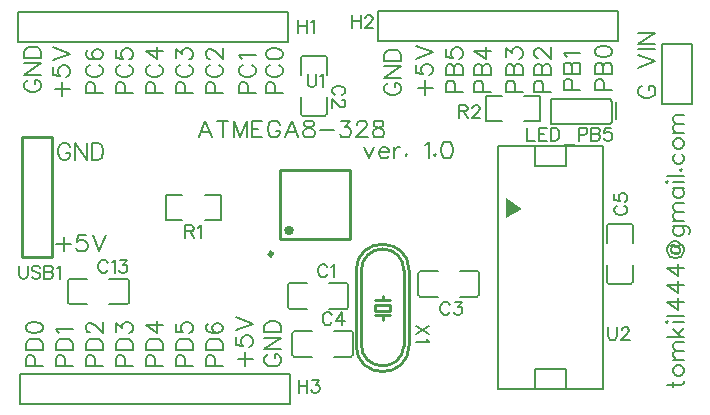
<source format=gto>
G04 Layer: TopSilkscreenLayer*
G04 EasyEDA v6.5.22, 2023-04-01 07:59:08*
G04 7fe897ac635649ec9317f66c388b8081,f086b915ab1b43d4b1f8ac0bdbc02707,10*
G04 Gerber Generator version 0.2*
G04 Scale: 100 percent, Rotated: No, Reflected: No *
G04 Dimensions in millimeters *
G04 leading zeros omitted , absolute positions ,4 integer and 5 decimal *
%FSLAX45Y45*%
%MOMM*%

%ADD10C,0.2032*%
%ADD11C,0.1524*%
%ADD12C,0.2030*%
%ADD13C,0.2540*%
%ADD14C,0.1500*%
%ADD15C,0.1520*%
%ADD16C,0.3000*%
%ADD17C,0.4000*%
%ADD18C,0.0130*%

%LPD*%
D10*
X-835405Y902462D02*
G01*
X-848868Y895604D01*
X-862584Y881887D01*
X-869442Y868171D01*
X-869442Y840994D01*
X-862584Y827278D01*
X-848868Y813815D01*
X-835405Y806957D01*
X-814831Y800100D01*
X-780795Y800100D01*
X-760221Y806957D01*
X-746760Y813815D01*
X-733044Y827278D01*
X-726186Y840994D01*
X-726186Y868171D01*
X-733044Y881887D01*
X-746760Y895604D01*
X-760221Y902462D01*
X-780795Y902462D01*
X-780795Y868171D02*
G01*
X-780795Y902462D01*
X-869442Y947420D02*
G01*
X-726186Y947420D01*
X-869442Y947420D02*
G01*
X-726186Y1042923D01*
X-869442Y1042923D02*
G01*
X-726186Y1042923D01*
X-869442Y1087881D02*
G01*
X-726186Y1087881D01*
X-869442Y1087881D02*
G01*
X-869442Y1135634D01*
X-862584Y1155954D01*
X-848868Y1169670D01*
X-835405Y1176528D01*
X-814831Y1183386D01*
X-780795Y1183386D01*
X-760221Y1176528D01*
X-746760Y1169670D01*
X-733044Y1155954D01*
X-726186Y1135634D01*
X-726186Y1087881D01*
X-607568Y823468D02*
G01*
X-484886Y823468D01*
X-546353Y762000D02*
G01*
X-546353Y884681D01*
X-628142Y1011428D02*
G01*
X-628142Y943355D01*
X-566673Y936497D01*
X-573531Y943355D01*
X-580389Y963929D01*
X-580389Y984250D01*
X-573531Y1004823D01*
X-559815Y1018286D01*
X-539495Y1025144D01*
X-525779Y1025144D01*
X-505460Y1018286D01*
X-491744Y1004823D01*
X-484886Y984250D01*
X-484886Y963929D01*
X-491744Y943355D01*
X-498602Y936497D01*
X-512318Y929639D01*
X-628142Y1070102D02*
G01*
X-484886Y1124712D01*
X-628142Y1179321D02*
G01*
X-484886Y1124712D01*
X1175257Y787400D02*
G01*
X1318513Y787400D01*
X1175257Y787400D02*
G01*
X1175257Y848868D01*
X1182115Y869187D01*
X1188973Y876045D01*
X1202436Y882904D01*
X1223010Y882904D01*
X1236726Y876045D01*
X1243584Y869187D01*
X1250187Y848868D01*
X1250187Y787400D01*
X1209294Y1030223D02*
G01*
X1195831Y1023365D01*
X1182115Y1009650D01*
X1175257Y995934D01*
X1175257Y968755D01*
X1182115Y955039D01*
X1195831Y941578D01*
X1209294Y934720D01*
X1229868Y927862D01*
X1263904Y927862D01*
X1284478Y934720D01*
X1297939Y941578D01*
X1311655Y955039D01*
X1318513Y968755D01*
X1318513Y995934D01*
X1311655Y1009650D01*
X1297939Y1023365D01*
X1284478Y1030223D01*
X1175257Y1116076D02*
G01*
X1182115Y1095502D01*
X1202436Y1082039D01*
X1236726Y1075181D01*
X1257046Y1075181D01*
X1291081Y1082039D01*
X1311655Y1095502D01*
X1318513Y1116076D01*
X1318513Y1129792D01*
X1311655Y1150112D01*
X1291081Y1163828D01*
X1257046Y1170686D01*
X1236726Y1170686D01*
X1202436Y1163828D01*
X1182115Y1150112D01*
X1175257Y1129792D01*
X1175257Y1116076D01*
X946657Y787400D02*
G01*
X1089913Y787400D01*
X946657Y787400D02*
G01*
X946657Y848868D01*
X953515Y869187D01*
X960373Y876045D01*
X973836Y882904D01*
X994410Y882904D01*
X1008126Y876045D01*
X1014984Y869187D01*
X1021587Y848868D01*
X1021587Y787400D01*
X980694Y1030223D02*
G01*
X967231Y1023365D01*
X953515Y1009650D01*
X946657Y995934D01*
X946657Y968755D01*
X953515Y955039D01*
X967231Y941578D01*
X980694Y934720D01*
X1001268Y927862D01*
X1035304Y927862D01*
X1055878Y934720D01*
X1069339Y941578D01*
X1083055Y955039D01*
X1089913Y968755D01*
X1089913Y995934D01*
X1083055Y1009650D01*
X1069339Y1023365D01*
X1055878Y1030223D01*
X973836Y1075181D02*
G01*
X967231Y1088644D01*
X946657Y1109218D01*
X1089913Y1109218D01*
X667257Y787400D02*
G01*
X810513Y787400D01*
X667257Y787400D02*
G01*
X667257Y848868D01*
X674115Y869187D01*
X680973Y876045D01*
X694436Y882904D01*
X715010Y882904D01*
X728726Y876045D01*
X735584Y869187D01*
X742187Y848868D01*
X742187Y787400D01*
X701294Y1030223D02*
G01*
X687831Y1023365D01*
X674115Y1009650D01*
X667257Y995934D01*
X667257Y968755D01*
X674115Y955039D01*
X687831Y941578D01*
X701294Y934720D01*
X721868Y927862D01*
X755904Y927862D01*
X776478Y934720D01*
X789939Y941578D01*
X803655Y955039D01*
X810513Y968755D01*
X810513Y995934D01*
X803655Y1009650D01*
X789939Y1023365D01*
X776478Y1030223D01*
X701294Y1082039D02*
G01*
X694436Y1082039D01*
X680973Y1088644D01*
X674115Y1095502D01*
X667257Y1109218D01*
X667257Y1136395D01*
X674115Y1150112D01*
X680973Y1156970D01*
X694436Y1163828D01*
X708152Y1163828D01*
X721868Y1156970D01*
X742187Y1143254D01*
X810513Y1075181D01*
X810513Y1170686D01*
X413257Y787400D02*
G01*
X556513Y787400D01*
X413257Y787400D02*
G01*
X413257Y848868D01*
X420115Y869187D01*
X426973Y876045D01*
X440436Y882904D01*
X461010Y882904D01*
X474726Y876045D01*
X481584Y869187D01*
X488187Y848868D01*
X488187Y787400D01*
X447294Y1030223D02*
G01*
X433831Y1023365D01*
X420115Y1009650D01*
X413257Y995934D01*
X413257Y968755D01*
X420115Y955039D01*
X433831Y941578D01*
X447294Y934720D01*
X467868Y927862D01*
X501904Y927862D01*
X522478Y934720D01*
X535939Y941578D01*
X549655Y955039D01*
X556513Y968755D01*
X556513Y995934D01*
X549655Y1009650D01*
X535939Y1023365D01*
X522478Y1030223D01*
X413257Y1088644D02*
G01*
X413257Y1163828D01*
X467868Y1122934D01*
X467868Y1143254D01*
X474726Y1156970D01*
X481584Y1163828D01*
X501904Y1170686D01*
X515620Y1170686D01*
X535939Y1163828D01*
X549655Y1150112D01*
X556513Y1129792D01*
X556513Y1109218D01*
X549655Y1088644D01*
X542797Y1082039D01*
X529081Y1075181D01*
X159257Y787400D02*
G01*
X302513Y787400D01*
X159257Y787400D02*
G01*
X159257Y848868D01*
X166115Y869187D01*
X172973Y876045D01*
X186436Y882904D01*
X207010Y882904D01*
X220726Y876045D01*
X227584Y869187D01*
X234187Y848868D01*
X234187Y787400D01*
X193294Y1030223D02*
G01*
X179831Y1023365D01*
X166115Y1009650D01*
X159257Y995934D01*
X159257Y968755D01*
X166115Y955039D01*
X179831Y941578D01*
X193294Y934720D01*
X213868Y927862D01*
X247904Y927862D01*
X268478Y934720D01*
X281939Y941578D01*
X295655Y955039D01*
X302513Y968755D01*
X302513Y995934D01*
X295655Y1009650D01*
X281939Y1023365D01*
X268478Y1030223D01*
X159257Y1143254D02*
G01*
X254762Y1075181D01*
X254762Y1177289D01*
X159257Y1143254D02*
G01*
X302513Y1143254D01*
X-94742Y787400D02*
G01*
X48513Y787400D01*
X-94742Y787400D02*
G01*
X-94742Y848868D01*
X-87884Y869187D01*
X-81026Y876045D01*
X-67563Y882904D01*
X-46989Y882904D01*
X-33273Y876045D01*
X-26415Y869187D01*
X-19812Y848868D01*
X-19812Y787400D01*
X-60705Y1030223D02*
G01*
X-74168Y1023365D01*
X-87884Y1009650D01*
X-94742Y995934D01*
X-94742Y968755D01*
X-87884Y955039D01*
X-74168Y941578D01*
X-60705Y934720D01*
X-40131Y927862D01*
X-6095Y927862D01*
X14478Y934720D01*
X27939Y941578D01*
X41655Y955039D01*
X48513Y968755D01*
X48513Y995934D01*
X41655Y1009650D01*
X27939Y1023365D01*
X14478Y1030223D01*
X-94742Y1156970D02*
G01*
X-94742Y1088644D01*
X-33273Y1082039D01*
X-40131Y1088644D01*
X-46989Y1109218D01*
X-46989Y1129792D01*
X-40131Y1150112D01*
X-26415Y1163828D01*
X-6095Y1170686D01*
X7620Y1170686D01*
X27939Y1163828D01*
X41655Y1150112D01*
X48513Y1129792D01*
X48513Y1109218D01*
X41655Y1088644D01*
X34797Y1082039D01*
X21081Y1075181D01*
X-348742Y787400D02*
G01*
X-205486Y787400D01*
X-348742Y787400D02*
G01*
X-348742Y848868D01*
X-341884Y869187D01*
X-335026Y876045D01*
X-321563Y882904D01*
X-300989Y882904D01*
X-287273Y876045D01*
X-280415Y869187D01*
X-273812Y848868D01*
X-273812Y787400D01*
X-314705Y1030223D02*
G01*
X-328168Y1023365D01*
X-341884Y1009650D01*
X-348742Y995934D01*
X-348742Y968755D01*
X-341884Y955039D01*
X-328168Y941578D01*
X-314705Y934720D01*
X-294131Y927862D01*
X-260095Y927862D01*
X-239521Y934720D01*
X-226060Y941578D01*
X-212344Y955039D01*
X-205486Y968755D01*
X-205486Y995934D01*
X-212344Y1009650D01*
X-226060Y1023365D01*
X-239521Y1030223D01*
X-328168Y1156970D02*
G01*
X-341884Y1150112D01*
X-348742Y1129792D01*
X-348742Y1116076D01*
X-341884Y1095502D01*
X-321563Y1082039D01*
X-287273Y1075181D01*
X-253237Y1075181D01*
X-226060Y1082039D01*
X-212344Y1095502D01*
X-205486Y1116076D01*
X-205486Y1122934D01*
X-212344Y1143254D01*
X-226060Y1156970D01*
X-246379Y1163828D01*
X-253237Y1163828D01*
X-273812Y1156970D01*
X-287273Y1143254D01*
X-294131Y1122934D01*
X-294131Y1116076D01*
X-287273Y1095502D01*
X-273812Y1082039D01*
X-253237Y1075181D01*
X3963416Y812800D02*
G01*
X4106671Y812800D01*
X3963416Y812800D02*
G01*
X3963416Y874268D01*
X3970273Y894587D01*
X3977132Y901445D01*
X3990594Y908304D01*
X4011167Y908304D01*
X4024883Y901445D01*
X4031742Y894587D01*
X4038346Y874268D01*
X4038346Y812800D01*
X3963416Y953262D02*
G01*
X4106671Y953262D01*
X3963416Y953262D02*
G01*
X3963416Y1014729D01*
X3970273Y1035050D01*
X3977132Y1041907D01*
X3990594Y1048765D01*
X4004310Y1048765D01*
X4018026Y1041907D01*
X4024883Y1035050D01*
X4031742Y1014729D01*
X4031742Y953262D02*
G01*
X4031742Y1014729D01*
X4038346Y1035050D01*
X4045203Y1041907D01*
X4058919Y1048765D01*
X4079239Y1048765D01*
X4092955Y1041907D01*
X4099814Y1035050D01*
X4106671Y1014729D01*
X4106671Y953262D01*
X3963416Y1134618D02*
G01*
X3970273Y1114044D01*
X3990594Y1100581D01*
X4024883Y1093723D01*
X4045203Y1093723D01*
X4079239Y1100581D01*
X4099814Y1114044D01*
X4106671Y1134618D01*
X4106671Y1148334D01*
X4099814Y1168654D01*
X4079239Y1182370D01*
X4045203Y1189228D01*
X4024883Y1189228D01*
X3990594Y1182370D01*
X3970273Y1168654D01*
X3963416Y1148334D01*
X3963416Y1134618D01*
X3696716Y812800D02*
G01*
X3839971Y812800D01*
X3696716Y812800D02*
G01*
X3696716Y874268D01*
X3703573Y894587D01*
X3710432Y901445D01*
X3723894Y908304D01*
X3744467Y908304D01*
X3758183Y901445D01*
X3765042Y894587D01*
X3771646Y874268D01*
X3771646Y812800D01*
X3696716Y953262D02*
G01*
X3839971Y953262D01*
X3696716Y953262D02*
G01*
X3696716Y1014729D01*
X3703573Y1035050D01*
X3710432Y1041907D01*
X3723894Y1048765D01*
X3737610Y1048765D01*
X3751326Y1041907D01*
X3758183Y1035050D01*
X3765042Y1014729D01*
X3765042Y953262D02*
G01*
X3765042Y1014729D01*
X3771646Y1035050D01*
X3778503Y1041907D01*
X3792219Y1048765D01*
X3812539Y1048765D01*
X3826255Y1041907D01*
X3833114Y1035050D01*
X3839971Y1014729D01*
X3839971Y953262D01*
X3723894Y1093723D02*
G01*
X3717289Y1107439D01*
X3696716Y1127760D01*
X3839971Y1127760D01*
X3448557Y800100D02*
G01*
X3591814Y800100D01*
X3448557Y800100D02*
G01*
X3448557Y861568D01*
X3455416Y881887D01*
X3462273Y888745D01*
X3475735Y895604D01*
X3496310Y895604D01*
X3510026Y888745D01*
X3516883Y881887D01*
X3523487Y861568D01*
X3523487Y800100D01*
X3448557Y940562D02*
G01*
X3591814Y940562D01*
X3448557Y940562D02*
G01*
X3448557Y1002029D01*
X3455416Y1022350D01*
X3462273Y1029207D01*
X3475735Y1036065D01*
X3489451Y1036065D01*
X3503167Y1029207D01*
X3510026Y1022350D01*
X3516883Y1002029D01*
X3516883Y940562D02*
G01*
X3516883Y1002029D01*
X3523487Y1022350D01*
X3530346Y1029207D01*
X3544062Y1036065D01*
X3564382Y1036065D01*
X3578098Y1029207D01*
X3584955Y1022350D01*
X3591814Y1002029D01*
X3591814Y940562D01*
X3482594Y1087881D02*
G01*
X3475735Y1087881D01*
X3462273Y1094739D01*
X3455416Y1101344D01*
X3448557Y1115060D01*
X3448557Y1142492D01*
X3455416Y1155954D01*
X3462273Y1162812D01*
X3475735Y1169670D01*
X3489451Y1169670D01*
X3503167Y1162812D01*
X3523487Y1149095D01*
X3591814Y1081023D01*
X3591814Y1176528D01*
X3207257Y800100D02*
G01*
X3350514Y800100D01*
X3207257Y800100D02*
G01*
X3207257Y861568D01*
X3214116Y881887D01*
X3220973Y888745D01*
X3234435Y895604D01*
X3255010Y895604D01*
X3268726Y888745D01*
X3275583Y881887D01*
X3282187Y861568D01*
X3282187Y800100D01*
X3207257Y940562D02*
G01*
X3350514Y940562D01*
X3207257Y940562D02*
G01*
X3207257Y1002029D01*
X3214116Y1022350D01*
X3220973Y1029207D01*
X3234435Y1036065D01*
X3248151Y1036065D01*
X3261867Y1029207D01*
X3268726Y1022350D01*
X3275583Y1002029D01*
X3275583Y940562D02*
G01*
X3275583Y1002029D01*
X3282187Y1022350D01*
X3289046Y1029207D01*
X3302762Y1036065D01*
X3323082Y1036065D01*
X3336798Y1029207D01*
X3343655Y1022350D01*
X3350514Y1002029D01*
X3350514Y940562D01*
X3207257Y1094739D02*
G01*
X3207257Y1169670D01*
X3261867Y1128776D01*
X3261867Y1149095D01*
X3268726Y1162812D01*
X3275583Y1169670D01*
X3295903Y1176528D01*
X3309619Y1176528D01*
X3329939Y1169670D01*
X3343655Y1155954D01*
X3350514Y1135634D01*
X3350514Y1115060D01*
X3343655Y1094739D01*
X3336798Y1087881D01*
X3323082Y1081023D01*
X2940557Y800100D02*
G01*
X3083814Y800100D01*
X2940557Y800100D02*
G01*
X2940557Y861568D01*
X2947416Y881887D01*
X2954273Y888745D01*
X2967735Y895604D01*
X2988310Y895604D01*
X3002026Y888745D01*
X3008883Y881887D01*
X3015487Y861568D01*
X3015487Y800100D01*
X2940557Y940562D02*
G01*
X3083814Y940562D01*
X2940557Y940562D02*
G01*
X2940557Y1002029D01*
X2947416Y1022350D01*
X2954273Y1029207D01*
X2967735Y1036065D01*
X2981451Y1036065D01*
X2995167Y1029207D01*
X3002026Y1022350D01*
X3008883Y1002029D01*
X3008883Y940562D02*
G01*
X3008883Y1002029D01*
X3015487Y1022350D01*
X3022346Y1029207D01*
X3036062Y1036065D01*
X3056382Y1036065D01*
X3070098Y1029207D01*
X3076955Y1022350D01*
X3083814Y1002029D01*
X3083814Y940562D01*
X2940557Y1149095D02*
G01*
X3036062Y1081023D01*
X3036062Y1183386D01*
X2940557Y1149095D02*
G01*
X3083814Y1149095D01*
X2699257Y800100D02*
G01*
X2842514Y800100D01*
X2699257Y800100D02*
G01*
X2699257Y861568D01*
X2706116Y881887D01*
X2712973Y888745D01*
X2726435Y895604D01*
X2747010Y895604D01*
X2760726Y888745D01*
X2767583Y881887D01*
X2774187Y861568D01*
X2774187Y800100D01*
X2699257Y940562D02*
G01*
X2842514Y940562D01*
X2699257Y940562D02*
G01*
X2699257Y1002029D01*
X2706116Y1022350D01*
X2712973Y1029207D01*
X2726435Y1036065D01*
X2740151Y1036065D01*
X2753867Y1029207D01*
X2760726Y1022350D01*
X2767583Y1002029D01*
X2767583Y940562D02*
G01*
X2767583Y1002029D01*
X2774187Y1022350D01*
X2781046Y1029207D01*
X2794762Y1036065D01*
X2815082Y1036065D01*
X2828798Y1029207D01*
X2835655Y1022350D01*
X2842514Y1002029D01*
X2842514Y940562D01*
X2699257Y1162812D02*
G01*
X2699257Y1094739D01*
X2760726Y1087881D01*
X2753867Y1094739D01*
X2747010Y1115060D01*
X2747010Y1135634D01*
X2753867Y1155954D01*
X2767583Y1169670D01*
X2787903Y1176528D01*
X2801619Y1176528D01*
X2821939Y1169670D01*
X2835655Y1155954D01*
X2842514Y1135634D01*
X2842514Y1115060D01*
X2835655Y1094739D01*
X2828798Y1087881D01*
X2815082Y1081023D01*
X2465832Y836168D02*
G01*
X2588514Y836168D01*
X2527046Y774700D02*
G01*
X2527046Y897381D01*
X2445257Y1024128D02*
G01*
X2445257Y956055D01*
X2506726Y949197D01*
X2499867Y956055D01*
X2493010Y976629D01*
X2493010Y996950D01*
X2499867Y1017523D01*
X2513583Y1030986D01*
X2533903Y1037844D01*
X2547619Y1037844D01*
X2567939Y1030986D01*
X2581655Y1017523D01*
X2588514Y996950D01*
X2588514Y976629D01*
X2581655Y956055D01*
X2574798Y949197D01*
X2561082Y942339D01*
X2445257Y1082802D02*
G01*
X2588514Y1137412D01*
X2445257Y1192021D02*
G01*
X2588514Y1137412D01*
X2212594Y877062D02*
G01*
X2199132Y870204D01*
X2185416Y856487D01*
X2178557Y842771D01*
X2178557Y815594D01*
X2185416Y801878D01*
X2199132Y788415D01*
X2212594Y781557D01*
X2233167Y774700D01*
X2267203Y774700D01*
X2287778Y781557D01*
X2301239Y788415D01*
X2314955Y801878D01*
X2321814Y815594D01*
X2321814Y842771D01*
X2314955Y856487D01*
X2301239Y870204D01*
X2287778Y877062D01*
X2267203Y877062D01*
X2267203Y842771D02*
G01*
X2267203Y877062D01*
X2178557Y922020D02*
G01*
X2321814Y922020D01*
X2178557Y922020D02*
G01*
X2321814Y1017523D01*
X2178557Y1017523D02*
G01*
X2321814Y1017523D01*
X2178557Y1062481D02*
G01*
X2321814Y1062481D01*
X2178557Y1062481D02*
G01*
X2178557Y1110234D01*
X2185416Y1130554D01*
X2199132Y1144270D01*
X2212594Y1151128D01*
X2233167Y1157986D01*
X2267203Y1157986D01*
X2287778Y1151128D01*
X2301239Y1144270D01*
X2314955Y1130554D01*
X2321814Y1110234D01*
X2321814Y1062481D01*
X-856742Y-1524000D02*
G01*
X-713486Y-1524000D01*
X-856742Y-1524000D02*
G01*
X-856742Y-1462531D01*
X-849884Y-1442212D01*
X-843026Y-1435354D01*
X-829563Y-1428495D01*
X-808989Y-1428495D01*
X-795273Y-1435354D01*
X-788415Y-1442212D01*
X-781812Y-1462531D01*
X-781812Y-1524000D01*
X-856742Y-1383537D02*
G01*
X-713486Y-1383537D01*
X-856742Y-1383537D02*
G01*
X-856742Y-1335786D01*
X-849884Y-1315465D01*
X-836168Y-1301750D01*
X-822705Y-1294892D01*
X-802131Y-1288034D01*
X-768095Y-1288034D01*
X-747521Y-1294892D01*
X-734060Y-1301750D01*
X-720344Y-1315465D01*
X-713486Y-1335786D01*
X-713486Y-1383537D01*
X-856742Y-1202181D02*
G01*
X-849884Y-1222755D01*
X-829563Y-1236218D01*
X-795273Y-1243076D01*
X-774953Y-1243076D01*
X-740918Y-1236218D01*
X-720344Y-1222755D01*
X-713486Y-1202181D01*
X-713486Y-1188465D01*
X-720344Y-1168145D01*
X-740918Y-1154429D01*
X-774953Y-1147571D01*
X-795273Y-1147571D01*
X-829563Y-1154429D01*
X-849884Y-1168145D01*
X-856742Y-1188465D01*
X-856742Y-1202181D01*
X-602742Y-1524000D02*
G01*
X-459486Y-1524000D01*
X-602742Y-1524000D02*
G01*
X-602742Y-1462531D01*
X-595884Y-1442212D01*
X-589026Y-1435354D01*
X-575563Y-1428495D01*
X-554989Y-1428495D01*
X-541273Y-1435354D01*
X-534415Y-1442212D01*
X-527812Y-1462531D01*
X-527812Y-1524000D01*
X-602742Y-1383537D02*
G01*
X-459486Y-1383537D01*
X-602742Y-1383537D02*
G01*
X-602742Y-1335786D01*
X-595884Y-1315465D01*
X-582168Y-1301750D01*
X-568705Y-1294892D01*
X-548131Y-1288034D01*
X-514095Y-1288034D01*
X-493521Y-1294892D01*
X-480060Y-1301750D01*
X-466344Y-1315465D01*
X-459486Y-1335786D01*
X-459486Y-1383537D01*
X-575563Y-1243076D02*
G01*
X-582168Y-1229360D01*
X-602742Y-1209039D01*
X-459486Y-1209039D01*
X-348742Y-1524000D02*
G01*
X-205486Y-1524000D01*
X-348742Y-1524000D02*
G01*
X-348742Y-1462531D01*
X-341884Y-1442212D01*
X-335026Y-1435354D01*
X-321563Y-1428495D01*
X-300989Y-1428495D01*
X-287273Y-1435354D01*
X-280415Y-1442212D01*
X-273812Y-1462531D01*
X-273812Y-1524000D01*
X-348742Y-1383537D02*
G01*
X-205486Y-1383537D01*
X-348742Y-1383537D02*
G01*
X-348742Y-1335786D01*
X-341884Y-1315465D01*
X-328168Y-1301750D01*
X-314705Y-1294892D01*
X-294131Y-1288034D01*
X-260095Y-1288034D01*
X-239521Y-1294892D01*
X-226060Y-1301750D01*
X-212344Y-1315465D01*
X-205486Y-1335786D01*
X-205486Y-1383537D01*
X-314705Y-1236218D02*
G01*
X-321563Y-1236218D01*
X-335026Y-1229360D01*
X-341884Y-1222755D01*
X-348742Y-1209039D01*
X-348742Y-1181607D01*
X-341884Y-1168145D01*
X-335026Y-1161287D01*
X-321563Y-1154429D01*
X-307847Y-1154429D01*
X-294131Y-1161287D01*
X-273812Y-1175004D01*
X-205486Y-1243076D01*
X-205486Y-1147571D01*
X-94742Y-1524000D02*
G01*
X48513Y-1524000D01*
X-94742Y-1524000D02*
G01*
X-94742Y-1462531D01*
X-87884Y-1442212D01*
X-81026Y-1435354D01*
X-67563Y-1428495D01*
X-46989Y-1428495D01*
X-33273Y-1435354D01*
X-26415Y-1442212D01*
X-19812Y-1462531D01*
X-19812Y-1524000D01*
X-94742Y-1383537D02*
G01*
X48513Y-1383537D01*
X-94742Y-1383537D02*
G01*
X-94742Y-1335786D01*
X-87884Y-1315465D01*
X-74168Y-1301750D01*
X-60705Y-1294892D01*
X-40131Y-1288034D01*
X-6095Y-1288034D01*
X14478Y-1294892D01*
X27939Y-1301750D01*
X41655Y-1315465D01*
X48513Y-1335786D01*
X48513Y-1383537D01*
X-94742Y-1229360D02*
G01*
X-94742Y-1154429D01*
X-40131Y-1195323D01*
X-40131Y-1175004D01*
X-33273Y-1161287D01*
X-26415Y-1154429D01*
X-6095Y-1147571D01*
X7620Y-1147571D01*
X27939Y-1154429D01*
X41655Y-1168145D01*
X48513Y-1188465D01*
X48513Y-1209039D01*
X41655Y-1229360D01*
X34797Y-1236218D01*
X21081Y-1243076D01*
X159257Y-1524000D02*
G01*
X302513Y-1524000D01*
X159257Y-1524000D02*
G01*
X159257Y-1462531D01*
X166115Y-1442212D01*
X172973Y-1435354D01*
X186436Y-1428495D01*
X207010Y-1428495D01*
X220726Y-1435354D01*
X227584Y-1442212D01*
X234187Y-1462531D01*
X234187Y-1524000D01*
X159257Y-1383537D02*
G01*
X302513Y-1383537D01*
X159257Y-1383537D02*
G01*
X159257Y-1335786D01*
X166115Y-1315465D01*
X179831Y-1301750D01*
X193294Y-1294892D01*
X213868Y-1288034D01*
X247904Y-1288034D01*
X268478Y-1294892D01*
X281939Y-1301750D01*
X295655Y-1315465D01*
X302513Y-1335786D01*
X302513Y-1383537D01*
X159257Y-1175004D02*
G01*
X254762Y-1243076D01*
X254762Y-1140713D01*
X159257Y-1175004D02*
G01*
X302513Y-1175004D01*
X413257Y-1524000D02*
G01*
X556513Y-1524000D01*
X413257Y-1524000D02*
G01*
X413257Y-1462531D01*
X420115Y-1442212D01*
X426973Y-1435354D01*
X440436Y-1428495D01*
X461010Y-1428495D01*
X474726Y-1435354D01*
X481584Y-1442212D01*
X488187Y-1462531D01*
X488187Y-1524000D01*
X413257Y-1383537D02*
G01*
X556513Y-1383537D01*
X413257Y-1383537D02*
G01*
X413257Y-1335786D01*
X420115Y-1315465D01*
X433831Y-1301750D01*
X447294Y-1294892D01*
X467868Y-1288034D01*
X501904Y-1288034D01*
X522478Y-1294892D01*
X535939Y-1301750D01*
X549655Y-1315465D01*
X556513Y-1335786D01*
X556513Y-1383537D01*
X413257Y-1161287D02*
G01*
X413257Y-1229360D01*
X474726Y-1236218D01*
X467868Y-1229360D01*
X461010Y-1209039D01*
X461010Y-1188465D01*
X467868Y-1168145D01*
X481584Y-1154429D01*
X501904Y-1147571D01*
X515620Y-1147571D01*
X535939Y-1154429D01*
X549655Y-1168145D01*
X556513Y-1188465D01*
X556513Y-1209039D01*
X549655Y-1229360D01*
X542797Y-1236218D01*
X529081Y-1243076D01*
X667257Y-1524000D02*
G01*
X810513Y-1524000D01*
X667257Y-1524000D02*
G01*
X667257Y-1462531D01*
X674115Y-1442212D01*
X680973Y-1435354D01*
X694436Y-1428495D01*
X715010Y-1428495D01*
X728726Y-1435354D01*
X735584Y-1442212D01*
X742187Y-1462531D01*
X742187Y-1524000D01*
X667257Y-1383537D02*
G01*
X810513Y-1383537D01*
X667257Y-1383537D02*
G01*
X667257Y-1335786D01*
X674115Y-1315465D01*
X687831Y-1301750D01*
X701294Y-1294892D01*
X721868Y-1288034D01*
X755904Y-1288034D01*
X776478Y-1294892D01*
X789939Y-1301750D01*
X803655Y-1315465D01*
X810513Y-1335786D01*
X810513Y-1383537D01*
X687831Y-1161287D02*
G01*
X674115Y-1168145D01*
X667257Y-1188465D01*
X667257Y-1202181D01*
X674115Y-1222755D01*
X694436Y-1236218D01*
X728726Y-1243076D01*
X762762Y-1243076D01*
X789939Y-1236218D01*
X803655Y-1222755D01*
X810513Y-1202181D01*
X810513Y-1195323D01*
X803655Y-1175004D01*
X789939Y-1161287D01*
X769620Y-1154429D01*
X762762Y-1154429D01*
X742187Y-1161287D01*
X728726Y-1175004D01*
X721868Y-1195323D01*
X721868Y-1202181D01*
X728726Y-1222755D01*
X742187Y-1236218D01*
X762762Y-1243076D01*
X941831Y-1462531D02*
G01*
X1064513Y-1462531D01*
X1003046Y-1524000D02*
G01*
X1003046Y-1401318D01*
X921257Y-1274571D02*
G01*
X921257Y-1342644D01*
X982726Y-1349502D01*
X975868Y-1342644D01*
X969010Y-1322070D01*
X969010Y-1301750D01*
X975868Y-1281176D01*
X989584Y-1267713D01*
X1009904Y-1260855D01*
X1023620Y-1260855D01*
X1043939Y-1267713D01*
X1057655Y-1281176D01*
X1064513Y-1301750D01*
X1064513Y-1322070D01*
X1057655Y-1342644D01*
X1050797Y-1349502D01*
X1037081Y-1356360D01*
X921257Y-1215897D02*
G01*
X1064513Y-1161287D01*
X921257Y-1106678D02*
G01*
X1064513Y-1161287D01*
X1196594Y-1421637D02*
G01*
X1183131Y-1428495D01*
X1169415Y-1442212D01*
X1162557Y-1455928D01*
X1162557Y-1483105D01*
X1169415Y-1496821D01*
X1183131Y-1510284D01*
X1196594Y-1517142D01*
X1217168Y-1524000D01*
X1251204Y-1524000D01*
X1271778Y-1517142D01*
X1285239Y-1510284D01*
X1298955Y-1496821D01*
X1305813Y-1483105D01*
X1305813Y-1455928D01*
X1298955Y-1442212D01*
X1285239Y-1428495D01*
X1271778Y-1421637D01*
X1251204Y-1421637D01*
X1251204Y-1455928D02*
G01*
X1251204Y-1421637D01*
X1162557Y-1376679D02*
G01*
X1305813Y-1376679D01*
X1162557Y-1376679D02*
G01*
X1305813Y-1281176D01*
X1162557Y-1281176D02*
G01*
X1305813Y-1281176D01*
X1162557Y-1236218D02*
G01*
X1305813Y-1236218D01*
X1162557Y-1236218D02*
G01*
X1162557Y-1188465D01*
X1169415Y-1168145D01*
X1183131Y-1154429D01*
X1196594Y-1147571D01*
X1217168Y-1140713D01*
X1251204Y-1140713D01*
X1271778Y-1147571D01*
X1285239Y-1154429D01*
X1298955Y-1168145D01*
X1305813Y-1188465D01*
X1305813Y-1236218D01*
X4573016Y-1681226D02*
G01*
X4688839Y-1681226D01*
X4709414Y-1674621D01*
X4716271Y-1660905D01*
X4716271Y-1647189D01*
X4620767Y-1701800D02*
G01*
X4620767Y-1654047D01*
X4620767Y-1568195D02*
G01*
X4627626Y-1581912D01*
X4641342Y-1595373D01*
X4661662Y-1602231D01*
X4675378Y-1602231D01*
X4695698Y-1595373D01*
X4709414Y-1581912D01*
X4716271Y-1568195D01*
X4716271Y-1547621D01*
X4709414Y-1534160D01*
X4695698Y-1520444D01*
X4675378Y-1513586D01*
X4661662Y-1513586D01*
X4641342Y-1520444D01*
X4627626Y-1534160D01*
X4620767Y-1547621D01*
X4620767Y-1568195D01*
X4620767Y-1468628D02*
G01*
X4716271Y-1468628D01*
X4647946Y-1468628D02*
G01*
X4627626Y-1448054D01*
X4620767Y-1434592D01*
X4620767Y-1414018D01*
X4627626Y-1400555D01*
X4647946Y-1393697D01*
X4716271Y-1393697D01*
X4647946Y-1393697D02*
G01*
X4627626Y-1373123D01*
X4620767Y-1359407D01*
X4620767Y-1339087D01*
X4627626Y-1325371D01*
X4647946Y-1318513D01*
X4716271Y-1318513D01*
X4573016Y-1273555D02*
G01*
X4716271Y-1273555D01*
X4620767Y-1205484D02*
G01*
X4688839Y-1273555D01*
X4661662Y-1246378D02*
G01*
X4716271Y-1198626D01*
X4573016Y-1153668D02*
G01*
X4579873Y-1146810D01*
X4573016Y-1139952D01*
X4566157Y-1146810D01*
X4573016Y-1153668D01*
X4620767Y-1146810D02*
G01*
X4716271Y-1146810D01*
X4573016Y-1094994D02*
G01*
X4716271Y-1094994D01*
X4573016Y-981710D02*
G01*
X4668519Y-1050036D01*
X4668519Y-947673D01*
X4573016Y-981710D02*
G01*
X4716271Y-981710D01*
X4573016Y-834644D02*
G01*
X4668519Y-902715D01*
X4668519Y-800354D01*
X4573016Y-834644D02*
G01*
X4716271Y-834644D01*
X4573016Y-687323D02*
G01*
X4668519Y-755395D01*
X4668519Y-653287D01*
X4573016Y-687323D02*
G01*
X4716271Y-687323D01*
X4627626Y-505968D02*
G01*
X4613910Y-512826D01*
X4607051Y-526287D01*
X4607051Y-546862D01*
X4613910Y-560323D01*
X4620767Y-567181D01*
X4641342Y-574039D01*
X4661662Y-574039D01*
X4675378Y-567181D01*
X4682235Y-553720D01*
X4682235Y-533145D01*
X4675378Y-519429D01*
X4661662Y-512826D01*
X4607051Y-546862D02*
G01*
X4620767Y-560323D01*
X4641342Y-567181D01*
X4661662Y-567181D01*
X4675378Y-560323D01*
X4682235Y-553720D01*
X4607051Y-505968D02*
G01*
X4661662Y-512826D01*
X4675378Y-512826D01*
X4682235Y-499110D01*
X4682235Y-485394D01*
X4668519Y-471678D01*
X4647946Y-465073D01*
X4634483Y-465073D01*
X4613910Y-471678D01*
X4600194Y-478536D01*
X4586732Y-492252D01*
X4579873Y-505968D01*
X4573016Y-526287D01*
X4573016Y-546862D01*
X4579873Y-567181D01*
X4586732Y-580897D01*
X4600194Y-594613D01*
X4613910Y-601471D01*
X4634483Y-608076D01*
X4654803Y-608076D01*
X4675378Y-601471D01*
X4688839Y-594613D01*
X4702555Y-580897D01*
X4709414Y-567181D01*
X4716271Y-546862D01*
X4716271Y-526287D01*
X4709414Y-505968D01*
X4702555Y-492252D01*
X4695698Y-485394D01*
X4607051Y-499110D02*
G01*
X4661662Y-505968D01*
X4675378Y-505968D01*
X4682235Y-499110D01*
X4620767Y-338073D02*
G01*
X4729733Y-338073D01*
X4750307Y-344931D01*
X4757166Y-351789D01*
X4764023Y-365505D01*
X4764023Y-385826D01*
X4757166Y-399542D01*
X4641342Y-338073D02*
G01*
X4627626Y-351789D01*
X4620767Y-365505D01*
X4620767Y-385826D01*
X4627626Y-399542D01*
X4641342Y-413257D01*
X4661662Y-419862D01*
X4675378Y-419862D01*
X4695698Y-413257D01*
X4709414Y-399542D01*
X4716271Y-385826D01*
X4716271Y-365505D01*
X4709414Y-351789D01*
X4695698Y-338073D01*
X4620767Y-293115D02*
G01*
X4716271Y-293115D01*
X4647946Y-293115D02*
G01*
X4627626Y-272795D01*
X4620767Y-259079D01*
X4620767Y-238505D01*
X4627626Y-225044D01*
X4647946Y-218186D01*
X4716271Y-218186D01*
X4647946Y-218186D02*
G01*
X4627626Y-197612D01*
X4620767Y-184150D01*
X4620767Y-163576D01*
X4627626Y-149860D01*
X4647946Y-143255D01*
X4716271Y-143255D01*
X4620767Y-16255D02*
G01*
X4716271Y-16255D01*
X4641342Y-16255D02*
G01*
X4627626Y-29971D01*
X4620767Y-43687D01*
X4620767Y-64007D01*
X4627626Y-77723D01*
X4641342Y-91439D01*
X4661662Y-98044D01*
X4675378Y-98044D01*
X4695698Y-91439D01*
X4709414Y-77723D01*
X4716271Y-64007D01*
X4716271Y-43687D01*
X4709414Y-29971D01*
X4695698Y-16255D01*
X4573016Y28702D02*
G01*
X4579873Y35560D01*
X4573016Y42163D01*
X4566157Y35560D01*
X4573016Y28702D01*
X4620767Y35560D02*
G01*
X4716271Y35560D01*
X4573016Y87376D02*
G01*
X4716271Y87376D01*
X4682235Y139192D02*
G01*
X4688839Y132334D01*
X4695698Y139192D01*
X4688839Y146050D01*
X4682235Y139192D01*
X4641342Y272795D02*
G01*
X4627626Y259079D01*
X4620767Y245363D01*
X4620767Y225044D01*
X4627626Y211328D01*
X4641342Y197865D01*
X4661662Y191007D01*
X4675378Y191007D01*
X4695698Y197865D01*
X4709414Y211328D01*
X4716271Y225044D01*
X4716271Y245363D01*
X4709414Y259079D01*
X4695698Y272795D01*
X4620767Y351789D02*
G01*
X4627626Y338073D01*
X4641342Y324612D01*
X4661662Y317754D01*
X4675378Y317754D01*
X4695698Y324612D01*
X4709414Y338073D01*
X4716271Y351789D01*
X4716271Y372363D01*
X4709414Y385826D01*
X4695698Y399542D01*
X4675378Y406400D01*
X4661662Y406400D01*
X4641342Y399542D01*
X4627626Y385826D01*
X4620767Y372363D01*
X4620767Y351789D01*
X4620767Y451357D02*
G01*
X4716271Y451357D01*
X4647946Y451357D02*
G01*
X4627626Y471931D01*
X4620767Y485394D01*
X4620767Y505968D01*
X4627626Y519684D01*
X4647946Y526287D01*
X4716271Y526287D01*
X4647946Y526287D02*
G01*
X4627626Y546862D01*
X4620767Y560578D01*
X4620767Y580897D01*
X4627626Y594613D01*
X4647946Y601471D01*
X4716271Y601471D01*
X664210Y557784D02*
G01*
X609600Y414528D01*
X664210Y557784D02*
G01*
X718565Y414528D01*
X630173Y462279D02*
G01*
X698246Y462279D01*
X811529Y557784D02*
G01*
X811529Y414528D01*
X763778Y557784D02*
G01*
X859028Y557784D01*
X904239Y557784D02*
G01*
X904239Y414528D01*
X904239Y557784D02*
G01*
X958596Y414528D01*
X1013205Y557784D02*
G01*
X958596Y414528D01*
X1013205Y557784D02*
G01*
X1013205Y414528D01*
X1058163Y557784D02*
G01*
X1058163Y414528D01*
X1058163Y557784D02*
G01*
X1146810Y557784D01*
X1058163Y489457D02*
G01*
X1112773Y489457D01*
X1058163Y414528D02*
G01*
X1146810Y414528D01*
X1294129Y523747D02*
G01*
X1287271Y537210D01*
X1273810Y550926D01*
X1260094Y557784D01*
X1232662Y557784D01*
X1219200Y550926D01*
X1205484Y537210D01*
X1198626Y523747D01*
X1191768Y503173D01*
X1191768Y469137D01*
X1198626Y448563D01*
X1205484Y435102D01*
X1219200Y421386D01*
X1232662Y414528D01*
X1260094Y414528D01*
X1273810Y421386D01*
X1287271Y435102D01*
X1294129Y448563D01*
X1294129Y469137D01*
X1260094Y469137D02*
G01*
X1294129Y469137D01*
X1393697Y557784D02*
G01*
X1339087Y414528D01*
X1393697Y557784D02*
G01*
X1448307Y414528D01*
X1359662Y462279D02*
G01*
X1427734Y462279D01*
X1527302Y557784D02*
G01*
X1506981Y550926D01*
X1500123Y537210D01*
X1500123Y523747D01*
X1506981Y510031D01*
X1520444Y503173D01*
X1547876Y496315D01*
X1568196Y489457D01*
X1581912Y475995D01*
X1588770Y462279D01*
X1588770Y441960D01*
X1581912Y428244D01*
X1575054Y421386D01*
X1554479Y414528D01*
X1527302Y414528D01*
X1506981Y421386D01*
X1500123Y428244D01*
X1493265Y441960D01*
X1493265Y462279D01*
X1500123Y475995D01*
X1513586Y489457D01*
X1534160Y496315D01*
X1561337Y503173D01*
X1575054Y510031D01*
X1581912Y523747D01*
X1581912Y537210D01*
X1575054Y550926D01*
X1554479Y557784D01*
X1527302Y557784D01*
X1633728Y475995D02*
G01*
X1756410Y475995D01*
X1815083Y557784D02*
G01*
X1890014Y557784D01*
X1849119Y503173D01*
X1869694Y503173D01*
X1883155Y496315D01*
X1890014Y489457D01*
X1896871Y469137D01*
X1896871Y455421D01*
X1890014Y435102D01*
X1876298Y421386D01*
X1855978Y414528D01*
X1835403Y414528D01*
X1815083Y421386D01*
X1808226Y428244D01*
X1801367Y441960D01*
X1948687Y523747D02*
G01*
X1948687Y530605D01*
X1955546Y544068D01*
X1962403Y550926D01*
X1975866Y557784D01*
X2003298Y557784D01*
X2016760Y550926D01*
X2023617Y544068D01*
X2030476Y530605D01*
X2030476Y516889D01*
X2023617Y503173D01*
X2010155Y482854D01*
X1941830Y414528D01*
X2037333Y414528D01*
X2116328Y557784D02*
G01*
X2096007Y550926D01*
X2089150Y537210D01*
X2089150Y523747D01*
X2096007Y510031D01*
X2109723Y503173D01*
X2136901Y496315D01*
X2157221Y489457D01*
X2170937Y475995D01*
X2177796Y462279D01*
X2177796Y441960D01*
X2170937Y428244D01*
X2164080Y421386D01*
X2143760Y414528D01*
X2116328Y414528D01*
X2096007Y421386D01*
X2089150Y428244D01*
X2082292Y441960D01*
X2082292Y462279D01*
X2089150Y475995D01*
X2102866Y489457D01*
X2123185Y496315D01*
X2150617Y503173D01*
X2164080Y510031D01*
X2170937Y523747D01*
X2170937Y537210D01*
X2164080Y550926D01*
X2143760Y557784D01*
X2116328Y557784D01*
X-481837Y333247D02*
G01*
X-488695Y346710D01*
X-502412Y360426D01*
X-516128Y367284D01*
X-543305Y367284D01*
X-557021Y360426D01*
X-570484Y346710D01*
X-577342Y333247D01*
X-584200Y312673D01*
X-584200Y278637D01*
X-577342Y258063D01*
X-570484Y244602D01*
X-557021Y230886D01*
X-543305Y224028D01*
X-516128Y224028D01*
X-502412Y230886D01*
X-488695Y244602D01*
X-481837Y258063D01*
X-481837Y278637D01*
X-516128Y278637D02*
G01*
X-481837Y278637D01*
X-436879Y367284D02*
G01*
X-436879Y224028D01*
X-436879Y367284D02*
G01*
X-341376Y224028D01*
X-341376Y367284D02*
G01*
X-341376Y224028D01*
X-296418Y367284D02*
G01*
X-296418Y224028D01*
X-296418Y367284D02*
G01*
X-248665Y367284D01*
X-228345Y360426D01*
X-214629Y346710D01*
X-207771Y333247D01*
X-200913Y312673D01*
X-200913Y278637D01*
X-207771Y258063D01*
X-214629Y244602D01*
X-228345Y230886D01*
X-248665Y224028D01*
X-296418Y224028D01*
X-535431Y-427989D02*
G01*
X-535431Y-550671D01*
X-596900Y-489204D02*
G01*
X-474218Y-489204D01*
X-347471Y-407415D02*
G01*
X-415544Y-407415D01*
X-422402Y-468884D01*
X-415544Y-462026D01*
X-394970Y-455168D01*
X-374650Y-455168D01*
X-354076Y-462026D01*
X-340613Y-475742D01*
X-333755Y-496062D01*
X-333755Y-509778D01*
X-340613Y-530097D01*
X-354076Y-543813D01*
X-374650Y-550671D01*
X-394970Y-550671D01*
X-415544Y-543813D01*
X-422402Y-536955D01*
X-429260Y-523239D01*
X-288797Y-407415D02*
G01*
X-234187Y-550671D01*
X-179578Y-407415D02*
G01*
X-234187Y-550671D01*
X2006600Y332231D02*
G01*
X2047494Y236728D01*
X2088387Y332231D02*
G01*
X2047494Y236728D01*
X2133346Y291337D02*
G01*
X2215133Y291337D01*
X2215133Y305054D01*
X2208530Y318515D01*
X2201671Y325373D01*
X2187955Y332231D01*
X2167382Y332231D01*
X2153919Y325373D01*
X2140203Y311657D01*
X2133346Y291337D01*
X2133346Y277621D01*
X2140203Y257302D01*
X2153919Y243586D01*
X2167382Y236728D01*
X2187955Y236728D01*
X2201671Y243586D01*
X2215133Y257302D01*
X2260346Y332231D02*
G01*
X2260346Y236728D01*
X2260346Y291337D02*
G01*
X2266950Y311657D01*
X2280666Y325373D01*
X2294382Y332231D01*
X2314701Y332231D01*
X2366517Y270763D02*
G01*
X2359660Y264160D01*
X2366517Y257302D01*
X2373376Y264160D01*
X2366517Y270763D01*
X2523489Y352805D02*
G01*
X2536951Y359410D01*
X2557526Y379984D01*
X2557526Y236728D01*
X2609342Y270763D02*
G01*
X2602483Y264160D01*
X2609342Y257302D01*
X2616200Y264160D01*
X2609342Y270763D01*
X2702051Y379984D02*
G01*
X2681478Y373126D01*
X2668016Y352805D01*
X2661157Y318515D01*
X2661157Y298195D01*
X2668016Y264160D01*
X2681478Y243586D01*
X2702051Y236728D01*
X2715767Y236728D01*
X2736087Y243586D01*
X2749803Y264160D01*
X2756662Y298195D01*
X2756662Y318515D01*
X2749803Y352805D01*
X2736087Y373126D01*
X2715767Y379984D01*
X2702051Y379984D01*
X4364228Y852931D02*
G01*
X4350512Y846073D01*
X4336542Y832104D01*
X4329683Y818387D01*
X4329683Y790702D01*
X4336542Y776986D01*
X4350512Y763015D01*
X4364228Y756157D01*
X4385055Y749300D01*
X4419600Y749300D01*
X4440173Y756157D01*
X4454144Y763015D01*
X4467860Y776986D01*
X4474717Y790702D01*
X4474717Y818387D01*
X4467860Y832104D01*
X4454144Y846073D01*
X4440173Y852931D01*
X4419600Y852931D01*
X4419600Y818387D02*
G01*
X4419600Y852931D01*
X4329683Y1003300D02*
G01*
X4474717Y1058671D01*
X4329683Y1113789D02*
G01*
X4474717Y1058671D01*
X4329683Y1159510D02*
G01*
X4474717Y1159510D01*
X4329683Y1204976D02*
G01*
X4474717Y1204976D01*
X4329683Y1204976D02*
G01*
X4474717Y1301750D01*
X4329683Y1301750D02*
G01*
X4474717Y1301750D01*
D11*
X-914400Y-672084D02*
G01*
X-914400Y-750062D01*
X-909320Y-765555D01*
X-898905Y-775970D01*
X-883157Y-781050D01*
X-872744Y-781050D01*
X-857250Y-775970D01*
X-846836Y-765555D01*
X-841755Y-750062D01*
X-841755Y-672084D01*
X-734568Y-687578D02*
G01*
X-744981Y-677163D01*
X-760729Y-672084D01*
X-781303Y-672084D01*
X-797052Y-677163D01*
X-807465Y-687578D01*
X-807465Y-697992D01*
X-802131Y-708405D01*
X-797052Y-713739D01*
X-786637Y-718820D01*
X-755395Y-729234D01*
X-744981Y-734313D01*
X-739902Y-739647D01*
X-734568Y-750062D01*
X-734568Y-765555D01*
X-744981Y-775970D01*
X-760729Y-781050D01*
X-781303Y-781050D01*
X-797052Y-775970D01*
X-807465Y-765555D01*
X-700278Y-672084D02*
G01*
X-700278Y-781050D01*
X-700278Y-672084D02*
G01*
X-653542Y-672084D01*
X-638047Y-677163D01*
X-632713Y-682497D01*
X-627634Y-692912D01*
X-627634Y-703326D01*
X-632713Y-713739D01*
X-638047Y-718820D01*
X-653542Y-723900D01*
X-700278Y-723900D02*
G01*
X-653542Y-723900D01*
X-638047Y-729234D01*
X-632713Y-734313D01*
X-627634Y-744728D01*
X-627634Y-760476D01*
X-632713Y-770889D01*
X-638047Y-775970D01*
X-653542Y-781050D01*
X-700278Y-781050D01*
X-593344Y-692912D02*
G01*
X-582929Y-687578D01*
X-567436Y-672084D01*
X-567436Y-781050D01*
X-163321Y-647192D02*
G01*
X-168655Y-636778D01*
X-179070Y-626363D01*
X-189229Y-621284D01*
X-210057Y-621284D01*
X-220471Y-626363D01*
X-230886Y-636778D01*
X-236220Y-647192D01*
X-241300Y-662939D01*
X-241300Y-688847D01*
X-236220Y-704342D01*
X-230886Y-714755D01*
X-220471Y-725170D01*
X-210057Y-730250D01*
X-189229Y-730250D01*
X-179070Y-725170D01*
X-168655Y-714755D01*
X-163321Y-704342D01*
X-129031Y-642112D02*
G01*
X-118618Y-636778D01*
X-103123Y-621284D01*
X-103123Y-730250D01*
X-58420Y-621284D02*
G01*
X-1270Y-621284D01*
X-32512Y-662939D01*
X-16763Y-662939D01*
X-6350Y-668020D01*
X-1270Y-673100D01*
X3810Y-688847D01*
X3810Y-699262D01*
X-1270Y-714755D01*
X-11684Y-725170D01*
X-27178Y-730250D01*
X-42926Y-730250D01*
X-58420Y-725170D01*
X-63500Y-720089D01*
X-68834Y-709676D01*
X1453642Y-1637284D02*
G01*
X1453642Y-1746250D01*
X1526286Y-1637284D02*
G01*
X1526286Y-1746250D01*
X1453642Y-1689100D02*
G01*
X1526286Y-1689100D01*
X1570989Y-1637284D02*
G01*
X1628139Y-1637284D01*
X1597152Y-1678939D01*
X1612646Y-1678939D01*
X1623060Y-1684020D01*
X1628139Y-1689100D01*
X1633473Y-1704847D01*
X1633473Y-1715262D01*
X1628139Y-1730755D01*
X1617726Y-1741170D01*
X1602231Y-1746250D01*
X1586737Y-1746250D01*
X1570989Y-1741170D01*
X1565910Y-1736089D01*
X1560576Y-1725676D01*
X3390798Y496315D02*
G01*
X3390798Y387350D01*
X3390798Y387350D02*
G01*
X3453028Y387350D01*
X3487318Y496315D02*
G01*
X3487318Y387350D01*
X3487318Y496315D02*
G01*
X3554882Y496315D01*
X3487318Y444500D02*
G01*
X3528974Y444500D01*
X3487318Y387350D02*
G01*
X3554882Y387350D01*
X3589172Y496315D02*
G01*
X3589172Y387350D01*
X3589172Y496315D02*
G01*
X3625748Y496315D01*
X3641242Y491236D01*
X3651656Y480821D01*
X3656736Y470407D01*
X3662070Y454660D01*
X3662070Y428752D01*
X3656736Y413257D01*
X3651656Y402844D01*
X3641242Y392429D01*
X3625748Y387350D01*
X3589172Y387350D01*
X3696360Y350773D02*
G01*
X3789832Y350773D01*
X3824122Y496315D02*
G01*
X3824122Y387350D01*
X3824122Y496315D02*
G01*
X3870858Y496315D01*
X3886352Y491236D01*
X3891686Y485902D01*
X3896766Y475487D01*
X3896766Y459994D01*
X3891686Y449579D01*
X3886352Y444500D01*
X3870858Y439165D01*
X3824122Y439165D01*
X3931056Y496315D02*
G01*
X3931056Y387350D01*
X3931056Y496315D02*
G01*
X3977792Y496315D01*
X3993540Y491236D01*
X3998620Y485902D01*
X4003954Y475487D01*
X4003954Y465073D01*
X3998620Y454660D01*
X3993540Y449579D01*
X3977792Y444500D01*
X3931056Y444500D02*
G01*
X3977792Y444500D01*
X3993540Y439165D01*
X3998620Y434086D01*
X4003954Y423671D01*
X4003954Y407923D01*
X3998620Y397510D01*
X3993540Y392429D01*
X3977792Y387350D01*
X3931056Y387350D01*
X4100474Y496315D02*
G01*
X4048658Y496315D01*
X4043324Y449579D01*
X4048658Y454660D01*
X4064152Y459994D01*
X4079646Y459994D01*
X4095394Y454660D01*
X4105808Y444500D01*
X4110888Y428752D01*
X4110888Y418337D01*
X4105808Y402844D01*
X4095394Y392429D01*
X4079646Y387350D01*
X4064152Y387350D01*
X4048658Y392429D01*
X4043324Y397510D01*
X4038244Y407923D01*
X2812542Y686815D02*
G01*
X2812542Y577850D01*
X2812542Y686815D02*
G01*
X2859278Y686815D01*
X2874771Y681736D01*
X2880105Y676402D01*
X2885185Y665987D01*
X2885185Y655573D01*
X2880105Y645160D01*
X2874771Y640079D01*
X2859278Y635000D01*
X2812542Y635000D01*
X2848864Y635000D02*
G01*
X2885185Y577850D01*
X2924810Y660907D02*
G01*
X2924810Y665987D01*
X2929889Y676402D01*
X2935223Y681736D01*
X2945637Y686815D01*
X2966212Y686815D01*
X2976626Y681736D01*
X2981960Y676402D01*
X2987039Y665987D01*
X2987039Y655573D01*
X2981960Y645160D01*
X2971546Y629665D01*
X2919476Y577850D01*
X2992373Y577850D01*
X1905000Y1448815D02*
G01*
X1905000Y1339850D01*
X1977644Y1448815D02*
G01*
X1977644Y1339850D01*
X1905000Y1397000D02*
G01*
X1977644Y1397000D01*
X2017267Y1422907D02*
G01*
X2017267Y1427987D01*
X2022348Y1438402D01*
X2027682Y1443736D01*
X2038096Y1448815D01*
X2058669Y1448815D01*
X2069083Y1443736D01*
X2074417Y1438402D01*
X2079498Y1427987D01*
X2079498Y1417573D01*
X2074417Y1407160D01*
X2064003Y1391665D01*
X2011933Y1339850D01*
X2084832Y1339850D01*
X1696720Y-685292D02*
G01*
X1691386Y-674878D01*
X1680971Y-664463D01*
X1670812Y-659384D01*
X1649984Y-659384D01*
X1639570Y-664463D01*
X1629155Y-674878D01*
X1623821Y-685292D01*
X1618742Y-701039D01*
X1618742Y-726947D01*
X1623821Y-742442D01*
X1629155Y-752855D01*
X1639570Y-763270D01*
X1649984Y-768350D01*
X1670812Y-768350D01*
X1680971Y-763270D01*
X1691386Y-752855D01*
X1696720Y-742442D01*
X1731010Y-680212D02*
G01*
X1741423Y-674878D01*
X1756918Y-659384D01*
X1756918Y-768350D01*
X1822450Y772921D02*
G01*
X1832864Y778255D01*
X1843278Y788670D01*
X1848357Y798829D01*
X1848357Y819657D01*
X1843278Y830071D01*
X1832864Y840486D01*
X1822450Y845820D01*
X1806701Y850900D01*
X1780794Y850900D01*
X1765300Y845820D01*
X1754886Y840486D01*
X1744471Y830071D01*
X1739392Y819657D01*
X1739392Y798829D01*
X1744471Y788670D01*
X1754886Y778255D01*
X1765300Y772921D01*
X1822450Y733552D02*
G01*
X1827530Y733552D01*
X1837944Y728218D01*
X1843278Y723137D01*
X1848357Y712723D01*
X1848357Y691895D01*
X1843278Y681481D01*
X1837944Y676402D01*
X1827530Y671068D01*
X1817116Y671068D01*
X1806701Y676402D01*
X1791207Y686815D01*
X1739392Y738631D01*
X1739392Y665987D01*
X1529842Y953515D02*
G01*
X1529842Y875537D01*
X1534921Y860044D01*
X1545336Y849629D01*
X1561084Y844550D01*
X1571497Y844550D01*
X1586992Y849629D01*
X1597405Y860044D01*
X1602486Y875537D01*
X1602486Y953515D01*
X1636776Y932687D02*
G01*
X1647189Y938021D01*
X1662937Y953515D01*
X1662937Y844550D01*
X2732278Y-1002792D02*
G01*
X2726944Y-992378D01*
X2716530Y-981963D01*
X2706369Y-976884D01*
X2685542Y-976884D01*
X2675128Y-981963D01*
X2664714Y-992378D01*
X2659380Y-1002792D01*
X2654300Y-1018539D01*
X2654300Y-1044447D01*
X2659380Y-1059942D01*
X2664714Y-1070355D01*
X2675128Y-1080770D01*
X2685542Y-1085850D01*
X2706369Y-1085850D01*
X2716530Y-1080770D01*
X2726944Y-1070355D01*
X2732278Y-1059942D01*
X2776982Y-976884D02*
G01*
X2834132Y-976884D01*
X2802889Y-1018539D01*
X2818383Y-1018539D01*
X2828798Y-1023620D01*
X2834132Y-1028700D01*
X2839212Y-1044447D01*
X2839212Y-1054862D01*
X2834132Y-1070355D01*
X2823717Y-1080770D01*
X2807969Y-1085850D01*
X2792476Y-1085850D01*
X2776982Y-1080770D01*
X2771648Y-1075689D01*
X2766567Y-1065276D01*
X1734820Y-1091692D02*
G01*
X1729486Y-1081278D01*
X1719071Y-1070863D01*
X1708912Y-1065784D01*
X1688084Y-1065784D01*
X1677670Y-1070863D01*
X1667255Y-1081278D01*
X1661921Y-1091692D01*
X1656842Y-1107439D01*
X1656842Y-1133347D01*
X1661921Y-1148842D01*
X1667255Y-1159255D01*
X1677670Y-1169670D01*
X1688084Y-1174750D01*
X1708912Y-1174750D01*
X1719071Y-1169670D01*
X1729486Y-1159255D01*
X1734820Y-1148842D01*
X1820926Y-1065784D02*
G01*
X1769110Y-1138428D01*
X1847087Y-1138428D01*
X1820926Y-1065784D02*
G01*
X1820926Y-1174750D01*
X2559557Y-1181100D02*
G01*
X2450592Y-1253744D01*
X2559557Y-1253744D02*
G01*
X2450592Y-1181100D01*
X2538730Y-1288034D02*
G01*
X2544064Y-1298447D01*
X2559557Y-1314195D01*
X2450592Y-1314195D01*
X4152392Y-163321D02*
G01*
X4141978Y-168655D01*
X4131564Y-179070D01*
X4126483Y-189229D01*
X4126483Y-210057D01*
X4131564Y-220471D01*
X4141978Y-230886D01*
X4152392Y-236220D01*
X4168139Y-241300D01*
X4194048Y-241300D01*
X4209542Y-236220D01*
X4219955Y-230886D01*
X4230369Y-220471D01*
X4235450Y-210057D01*
X4235450Y-189229D01*
X4230369Y-179070D01*
X4219955Y-168655D01*
X4209542Y-163321D01*
X4126483Y-66802D02*
G01*
X4126483Y-118618D01*
X4173219Y-123952D01*
X4168139Y-118618D01*
X4162805Y-103123D01*
X4162805Y-87629D01*
X4168139Y-71881D01*
X4178300Y-61468D01*
X4194048Y-56387D01*
X4204462Y-56387D01*
X4219955Y-61468D01*
X4230369Y-71881D01*
X4235450Y-87629D01*
X4235450Y-103123D01*
X4230369Y-118618D01*
X4225289Y-123952D01*
X4214876Y-129031D01*
X495300Y-329184D02*
G01*
X495300Y-438150D01*
X495300Y-329184D02*
G01*
X542036Y-329184D01*
X557529Y-334263D01*
X562863Y-339597D01*
X567944Y-350012D01*
X567944Y-360426D01*
X562863Y-370839D01*
X557529Y-375920D01*
X542036Y-381000D01*
X495300Y-381000D01*
X531621Y-381000D02*
G01*
X567944Y-438150D01*
X602234Y-350012D02*
G01*
X612647Y-344678D01*
X628396Y-329184D01*
X628396Y-438150D01*
X4076700Y-1192784D02*
G01*
X4076700Y-1270762D01*
X4081780Y-1286255D01*
X4092194Y-1296670D01*
X4107942Y-1301750D01*
X4118355Y-1301750D01*
X4133850Y-1296670D01*
X4144264Y-1286255D01*
X4149344Y-1270762D01*
X4149344Y-1192784D01*
X4188967Y-1218692D02*
G01*
X4188967Y-1213612D01*
X4194048Y-1203197D01*
X4199382Y-1197863D01*
X4209796Y-1192784D01*
X4230369Y-1192784D01*
X4240783Y-1197863D01*
X4246117Y-1203197D01*
X4251198Y-1213612D01*
X4251198Y-1224026D01*
X4246117Y-1234439D01*
X4235703Y-1249934D01*
X4183633Y-1301750D01*
X4256532Y-1301750D01*
X1447800Y1410715D02*
G01*
X1447800Y1301750D01*
X1520444Y1410715D02*
G01*
X1520444Y1301750D01*
X1447800Y1358900D02*
G01*
X1520444Y1358900D01*
X1554734Y1389887D02*
G01*
X1565147Y1395221D01*
X1580896Y1410715D01*
X1580896Y1301750D01*
G36*
X4131462Y711098D02*
G01*
X4131462Y560882D01*
X4146702Y560882D01*
X4146702Y711098D01*
G37*
G36*
X3212236Y-100787D02*
G01*
X3212236Y-265785D01*
X3342233Y-190804D01*
G37*
D12*
X4533900Y1206500D02*
G01*
X4533900Y889000D01*
D10*
X4533900Y1206500D02*
G01*
X4787900Y1206500D01*
X4787900Y698500D01*
X4533900Y698500D01*
X4533900Y889000D01*
D13*
X-635000Y419100D02*
G01*
X-635000Y-596900D01*
X-889000Y-596900D01*
X-889000Y419100D01*
X-635000Y419100D01*
D11*
X-180Y-779739D02*
G01*
X-148678Y-779739D01*
X-148678Y-998260D02*
G01*
X-180Y-998260D01*
X15059Y-983020D02*
G01*
X15059Y-794979D01*
X-482419Y-779739D02*
G01*
X-333921Y-779739D01*
X-333921Y-998260D02*
G01*
X-482419Y-998260D01*
X-497659Y-983020D02*
G01*
X-497659Y-794979D01*
D12*
X1377442Y-1587500D02*
G01*
X-718057Y-1587500D01*
D10*
X-718057Y-1587500D02*
G01*
X-908557Y-1587500D01*
X-908557Y-1841500D01*
X1377442Y-1841500D01*
X1377442Y-1587500D01*
D14*
X4107098Y556003D02*
G01*
X4107098Y547997D01*
X4087098Y527999D01*
X3591097Y527999D01*
X3591097Y739000D01*
X4086100Y739000D01*
X4107098Y556003D02*
G01*
X4107098Y718002D01*
X4086100Y739000D01*
D11*
X3364862Y552490D02*
G01*
X3500854Y552490D01*
X3500854Y768309D01*
X3364862Y768309D01*
X3174621Y552490D02*
G01*
X3038629Y552490D01*
X3038629Y768309D01*
X3174621Y768309D01*
D10*
X2126742Y1231900D02*
G01*
X2126742Y1485900D01*
X4158742Y1485900D01*
X4158742Y1231900D01*
X3968242Y1231900D01*
D12*
X2126742Y1231900D02*
G01*
X3968242Y1231900D01*
D11*
X1859861Y-817839D02*
G01*
X1711363Y-817839D01*
X1711363Y-1036360D02*
G01*
X1859861Y-1036360D01*
X1875101Y-1021120D02*
G01*
X1875101Y-833079D01*
X1377622Y-817839D02*
G01*
X1526120Y-817839D01*
X1526120Y-1036360D02*
G01*
X1377622Y-1036360D01*
X1362382Y-1021120D02*
G01*
X1362382Y-833079D01*
X1689902Y609780D02*
G01*
X1689902Y758278D01*
X1471381Y758278D02*
G01*
X1471381Y609780D01*
X1486621Y594540D02*
G01*
X1674662Y594540D01*
X1689902Y1092019D02*
G01*
X1689902Y943521D01*
X1471381Y943521D02*
G01*
X1471381Y1092019D01*
X1486621Y1107259D02*
G01*
X1674662Y1107259D01*
D13*
X1297076Y142595D02*
G01*
X1297076Y-447395D01*
X1887067Y-447395D01*
X1887067Y142595D01*
X1297076Y142595D01*
D11*
X2482522Y-934760D02*
G01*
X2631020Y-934760D01*
X2631020Y-716239D02*
G01*
X2482522Y-716239D01*
X2467282Y-731479D02*
G01*
X2467282Y-919520D01*
X2964761Y-934760D02*
G01*
X2816263Y-934760D01*
X2816263Y-716239D02*
G01*
X2964761Y-716239D01*
X2980001Y-731479D02*
G01*
X2980001Y-919520D01*
X1897961Y-1224239D02*
G01*
X1749463Y-1224239D01*
X1749463Y-1442760D02*
G01*
X1897961Y-1442760D01*
X1913201Y-1427520D02*
G01*
X1913201Y-1239479D01*
X1415722Y-1224239D02*
G01*
X1564220Y-1224239D01*
X1564220Y-1442760D02*
G01*
X1415722Y-1442760D01*
X1400482Y-1427520D02*
G01*
X1400482Y-1239479D01*
D13*
X1939841Y-713699D02*
G01*
X1939841Y-1343698D01*
X2389842Y-1343700D02*
G01*
X2389842Y-713701D01*
X1984842Y-1328699D02*
G01*
X1984842Y-708700D01*
X2344841Y-708700D02*
G01*
X2344841Y-1348699D01*
X2228342Y-1003300D02*
G01*
X2101342Y-1003300D01*
X2101342Y-1003300D02*
G01*
X2101342Y-1054100D01*
X2101342Y-1054100D02*
G01*
X2228342Y-1054100D01*
X2228342Y-1054100D02*
G01*
X2228342Y-1003300D01*
X2228342Y-965200D02*
G01*
X2164842Y-965200D01*
X2164842Y-965200D02*
G01*
X2101342Y-965200D01*
X2164842Y-965200D02*
G01*
X2164842Y-927100D01*
X2228342Y-1092200D02*
G01*
X2164842Y-1092200D01*
X2164842Y-1092200D02*
G01*
X2101342Y-1092200D01*
X2164842Y-1092200D02*
G01*
X2164842Y-1130300D01*
D11*
X4062181Y-330380D02*
G01*
X4062181Y-478878D01*
X4280702Y-478878D02*
G01*
X4280702Y-330380D01*
X4265462Y-315140D02*
G01*
X4077421Y-315140D01*
X4062181Y-812619D02*
G01*
X4062181Y-664121D01*
X4280702Y-664121D02*
G01*
X4280702Y-812619D01*
X4265462Y-827859D02*
G01*
X4077421Y-827859D01*
X469521Y-69890D02*
G01*
X333529Y-69890D01*
X333529Y-285709D01*
X469521Y-285709D01*
X659762Y-69890D02*
G01*
X795754Y-69890D01*
X795754Y-285709D01*
X659762Y-285709D01*
D15*
X3713985Y-1713466D02*
G01*
X3713985Y-1545836D01*
X3457242Y-1545836D01*
X3457242Y-1713466D01*
X3713985Y341817D02*
G01*
X3713985Y174198D01*
X3457242Y174198D01*
X3457242Y341817D01*
D11*
X4029859Y341817D02*
G01*
X4029859Y-1713417D01*
X3144621Y-1713417D01*
X3144621Y341817D01*
X4029859Y341817D01*
D12*
X-921257Y1219200D02*
G01*
X1174242Y1219200D01*
D10*
X1174242Y1219200D02*
G01*
X1364742Y1219200D01*
X1364742Y1473200D01*
X-921257Y1473200D01*
X-921257Y1219200D01*
D11*
G75*
G01*
X-180Y-998261D02*
G03*
X15060Y-983021I0J15240D01*
G75*
G01*
X15060Y-794979D02*
G03*
X-180Y-779739I-15240J0D01*
G75*
G01*
X-482420Y-998261D02*
G02*
X-497660Y-983021I0J15240D01*
G75*
G01*
X-497660Y-794979D02*
G02*
X-482420Y-779739I15240J0D01*
G75*
G01*
X1859862Y-1036361D02*
G03*
X1875102Y-1021121I0J15240D01*
G75*
G01*
X1875102Y-833079D02*
G03*
X1859862Y-817839I-15240J0D01*
G75*
G01*
X1377622Y-1036361D02*
G02*
X1362382Y-1021121I0J15240D01*
G75*
G01*
X1362382Y-833079D02*
G02*
X1377622Y-817839I15240J0D01*
G75*
G01*
X1471381Y609780D02*
G03*
X1486621Y594540I15240J0D01*
G75*
G01*
X1674663Y594540D02*
G03*
X1689903Y609780I0J15240D01*
G75*
G01*
X1471381Y1092020D02*
G02*
X1486621Y1107260I15240J0D01*
G75*
G01*
X1674663Y1107260D02*
G02*
X1689903Y1092020I0J-15240D01*
D16*
G75*
G01*
X1217422Y-558800D02*
G03*
X1217676Y-558800I127J-15001D01*
D17*
G75*
G01*
X1372108Y-352298D02*
G03*
X1372362Y-352298I127J-20000D01*
D11*
G75*
G01*
X2482522Y-716239D02*
G03*
X2467282Y-731479I0J-15240D01*
G75*
G01*
X2467282Y-919521D02*
G03*
X2482522Y-934761I15240J0D01*
G75*
G01*
X2964762Y-716239D02*
G02*
X2980002Y-731479I0J-15240D01*
G75*
G01*
X2980002Y-919521D02*
G02*
X2964762Y-934761I-15240J0D01*
G75*
G01*
X1897962Y-1442761D02*
G03*
X1913202Y-1427521I0J15240D01*
G75*
G01*
X1913202Y-1239479D02*
G03*
X1897962Y-1224239I-15240J0D01*
G75*
G01*
X1415722Y-1442761D02*
G02*
X1400482Y-1427521I0J15240D01*
G75*
G01*
X1400482Y-1239479D02*
G02*
X1415722Y-1224239I15240J0D01*
D13*
G75*
G01*
X2344842Y-1348699D02*
G02*
X1984756Y-1328674I-180007J10669D01*
G75*
G01*
X1984842Y-708701D02*
G02*
X2344928Y-708660I180043J21D01*
G75*
G01*
X2389843Y-713702D02*
G03*
X1939798Y-713740I-225023J-775D01*
G75*
G01*
X1939841Y-1343698D02*
G03*
X2389886Y-1343660I225023J775D01*
D11*
G75*
G01*
X4280703Y-330380D02*
G03*
X4265463Y-315140I-15240J0D01*
G75*
G01*
X4077421Y-315140D02*
G03*
X4062181Y-330380I0J-15240D01*
G75*
G01*
X4280703Y-812620D02*
G02*
X4265463Y-827860I-15240J0D01*
G75*
G01*
X4077421Y-827860D02*
G02*
X4062181Y-812620I0J15240D01*
M02*

</source>
